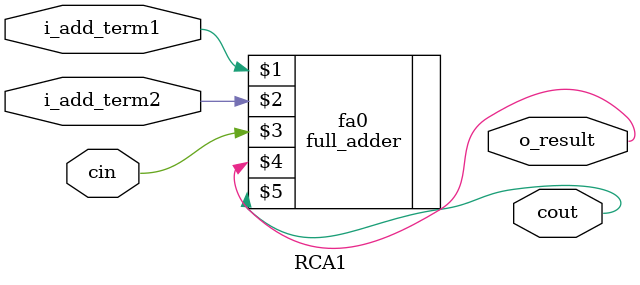
<source format=v>
module SkipLogic4(output cin_next,
  input [3:0] i_add_term1, i_add_term2, input cin, cout);
  
  wire p0, p1, p2, p3, P, e;
  
  xor (p0, i_add_term1[0], i_add_term2[0]);
  xor (p1, i_add_term1[1], i_add_term2[1]);
  xor (p2, i_add_term1[2], i_add_term2[2]);
  xor (p3, i_add_term1[3], i_add_term2[3]);
  
  and (P, p0, p1, p2, p3);
  //and (e, P, cin);

  //MUX2to1_w1(output y, input i0, i1, s);
  MUX2to1_w1 mux1(cin_next, cout, cin, P);
  //or (cin_next, e, cout);

endmodule

module CSkip4(output [3:0] sum, output cout, input [3:0] i_add_term1, i_add_term2, input cin);
  
  wire cout0, cout1, e;
  
  RCA4 rca0(.o_result(sum[3:0]), .cout(cout0), .i_add_term1(i_add_term1[3:0]), .i_add_term2(i_add_term2[3:0]), .cin(cin));
  //RCA rca1(.o_result(sum[7:4]), .cout(cout1), .i_add_term1(a[7:4]), .i_add_term2b[7:4]), .cin(e));
  
  //SkipLogic skip0(e, a[3:0], b[3:0], 0, cout0);
  SkipLogic4 skip0(cout, i_add_term1[3:0], i_add_term2[3:0], 1'b0, cout0);
  //SkipLogic skip1(cout, a[7:4], b[7:4], e, cout1);
  
endmodule

module SkipLogic3(output cin_next,
  input [2:0] i_add_term1, i_add_term2, input cin, cout);
  
  wire p0, p1, p2, P, e;
  
  xor (p0, i_add_term1[0], i_add_term2[0]);
  xor (p1, i_add_term1[1], i_add_term2[1]);
  xor (p2, i_add_term1[2], i_add_term2[2]);
  
  and (P, p0, p1, p2);
  //and (e, P, cin);
  
  MUX2to1_w1 mux1(cin_next, cout, cin, P);

endmodule

module CSkip3(output [2:0] sum, output cout, input [2:0] i_add_term1, i_add_term2, input cin);
  
  wire cout0, cout1, e;
  
  RCA3 rca0(.o_result(sum[2:0]), .cout(cout0), .i_add_term1(i_add_term1[2:0]), .i_add_term2(i_add_term2[2:0]), .cin(cin));
  //RCA rca1(.o_result(sum[7:4]), .cout(cout1), .i_add_term1(a[7:4]), .i_add_term2b[7:4]), .cin(e));
  
  //SkipLogic skip0(e, a[3:0], b[3:0], 0, cout0);
  SkipLogic3 skip0(cout, i_add_term1[2:0], i_add_term2[2:0], 1'b0, cout0);
  //SkipLogic skip1(cout, a[7:4], b[7:4], e, cout1);
  
endmodule

module SkipLogic2(output cin_next,
  input [1:0] i_add_term1, i_add_term2, input cin, cout);
  
  wire p0, p1, P, e;
  
  xor (p0, i_add_term1[0], i_add_term2[0]);
  xor (p1, i_add_term1[1], i_add_term2[1]);
  
  and (P, p0, p1);
  //and (e, P, cin);
  
  MUX2to1_w1 mux1(cin_next, cout, cin, P);

endmodule

module CSkip2(output [1:0] sum, output cout, input [1:0] i_add_term1, i_add_term2, input cin);
  
  wire cout0, cout1, e;
  
  RCA2 rca0(.o_result(sum[1:0]), .cout(cout0), .i_add_term1(i_add_term1[1:0]), .i_add_term2(i_add_term2[1:0]), .cin(cin));
  //RCA rca1(.o_result(sum[7:4]), .cout(cout1), .i_add_term1(a[7:4]), .i_add_term2b[7:4]), .cin(e));
  
  //SkipLogic skip0(e, a[3:0], b[3:0], 0, cout0);
  SkipLogic2 skip0(cout, i_add_term1[1:0], i_add_term2[1:0], 1'b0, cout0);
  //SkipLogic skip1(cout, a[7:4], b[7:4], e, cout1);
  
endmodule

module SkipLogic1(output cin_next,
  input [0:0] i_add_term1, i_add_term2, input cin, cout);
  
  wire p0, P, e;
  
  xor (p0, i_add_term1[0], i_add_term2[0]);

  
  //and (P, p0, p1);
  assign P=p0;
  //and (e, P, cin);
  
  MUX2to1_w1 mux1(cin_next, cout, cin, P);

endmodule

module CSkip1(output [0:0] sum, output cout, input [0:0] i_add_term1, i_add_term2, input cin);
  
  wire cout0, cout1, e;
  
  RCA1 rca0(.o_result(sum[0:0]), .cout(cout0), .i_add_term1(i_add_term1[0:0]), .i_add_term2(i_add_term2[0:0]), .cin(cin));
  //RCA rca1(.o_result(sum[7:4]), .cout(cout1), .i_add_term1(a[7:4]), .i_add_term2b[7:4]), .cin(e));
  
  //SkipLogic skip0(e, a[3:0], b[3:0], 0, cout0);
  SkipLogic1 skip0(cout, i_add_term1[0:0], i_add_term2[0:0], 1'b0, cout0);
  //SkipLogic skip1(cout, a[7:4], b[7:4], e, cout1);
  
endmodule
module MUX2to1_w1(output y, input i0, i1, s);

  wire e0, e1;
  not #(1) (sn, s);
  
  and #(1) (e0, i0, sn);
  and #(1) (e1, i1, s);
  
  or #(1) (y, e0, e1);
  
endmodule

// Ripple Carry Adder with cin - 4 bits
module RCA4(output [3:0] o_result, output cout, input [3:0] i_add_term1, i_add_term2, input cin);
  
  wire [3:1] c;
  
  full_adder fa0(i_add_term1[0], i_add_term2[0], cin,o_result[0], c[1]);
  full_adder fa[2:1]( i_add_term1[2:1], i_add_term2[2:1], c[2:1],o_result[2:1], c[3:2]);
  //full_adder fa1(i_add_term1[1], i_add_term2[1], c[1],o_result[1], c[2]);
  //full_adder fa2(i_add_term1[2], i_add_term2[2], c[1],o_result[2], c[3]);
  full_adder fa3(i_add_term1[3], i_add_term2[3], c[3],o_result[3], cout);
  
endmodule
module RCA3(output [2:0] o_result, output cout, input [2:0] i_add_term1, i_add_term2, input cin);
  
  wire [2:1] c;
  
  full_adder fa0(i_add_term1[0], i_add_term2[0], cin,o_result[0], c[1]);
  full_adder fa1(i_add_term1[1], i_add_term2[1], c[1],o_result[1], c[2]);
  full_adder fa2(i_add_term1[2], i_add_term2[2], c[2],o_result[2], cout);
  
endmodule
module RCA2(output [1:0] o_result, output cout, input [1:0] i_add_term1, i_add_term2, input cin);
  
  wire c;
  
  full_adder fa0( i_add_term1[0], i_add_term2[0], cin,o_result[0], c);
  full_adder fa31(i_add_term1[1], i_add_term2[1], c,o_result[1], cout);
  
endmodule
module RCA1(output o_result, output cout, input i_add_term1, i_add_term2, input cin);
  
  
  full_adder fa0(i_add_term1, i_add_term2, cin,o_result, cout);

  
endmodule
</source>
